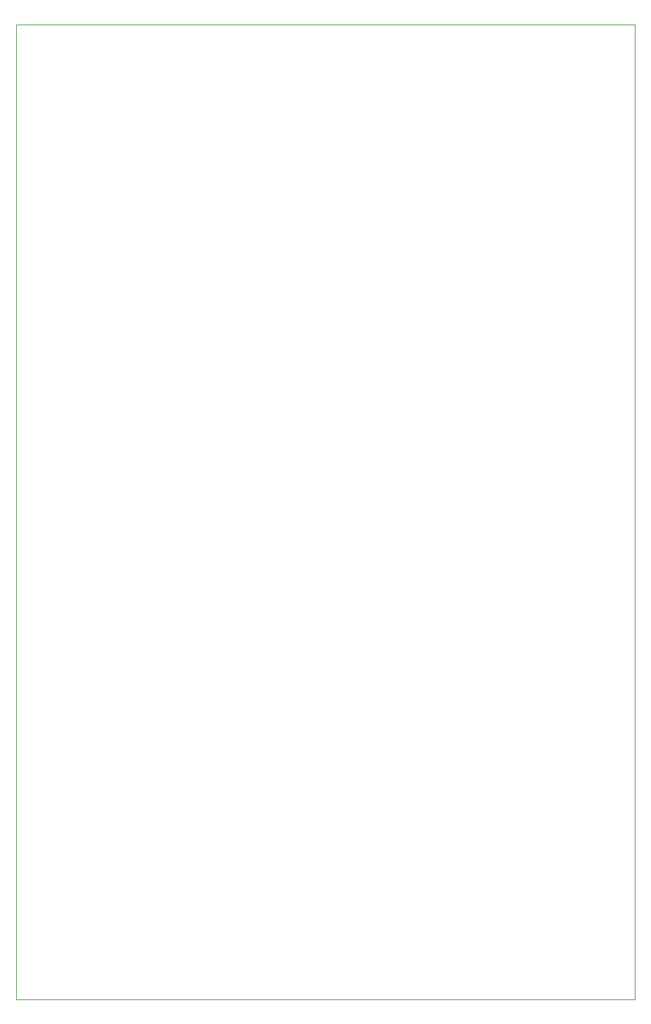
<source format=gbr>
%TF.GenerationSoftware,KiCad,Pcbnew,6.0.0-rc1-unknown-e56e61ffb5~144~ubuntu20.04.1*%
%TF.CreationDate,2021-11-28T18:30:17+01:00*%
%TF.ProjectId,Uni_Printer,556e695f-5072-4696-9e74-65722e6b6963,rev?*%
%TF.SameCoordinates,PX48009e0PY88da2e0*%
%TF.FileFunction,Profile,NP*%
%FSLAX46Y46*%
G04 Gerber Fmt 4.6, Leading zero omitted, Abs format (unit mm)*
G04 Created by KiCad (PCBNEW 6.0.0-rc1-unknown-e56e61ffb5~144~ubuntu20.04.1) date 2021-11-28 18:30:17*
%MOMM*%
%LPD*%
G01*
G04 APERTURE LIST*
%TA.AperFunction,Profile*%
%ADD10C,0.100000*%
%TD*%
G04 APERTURE END LIST*
D10*
X81000000Y0D02*
X0Y0D01*
X0Y127500000D02*
X81000000Y127500000D01*
X0Y0D02*
X0Y127500000D01*
X81000000Y127500000D02*
X81000000Y0D01*
M02*

</source>
